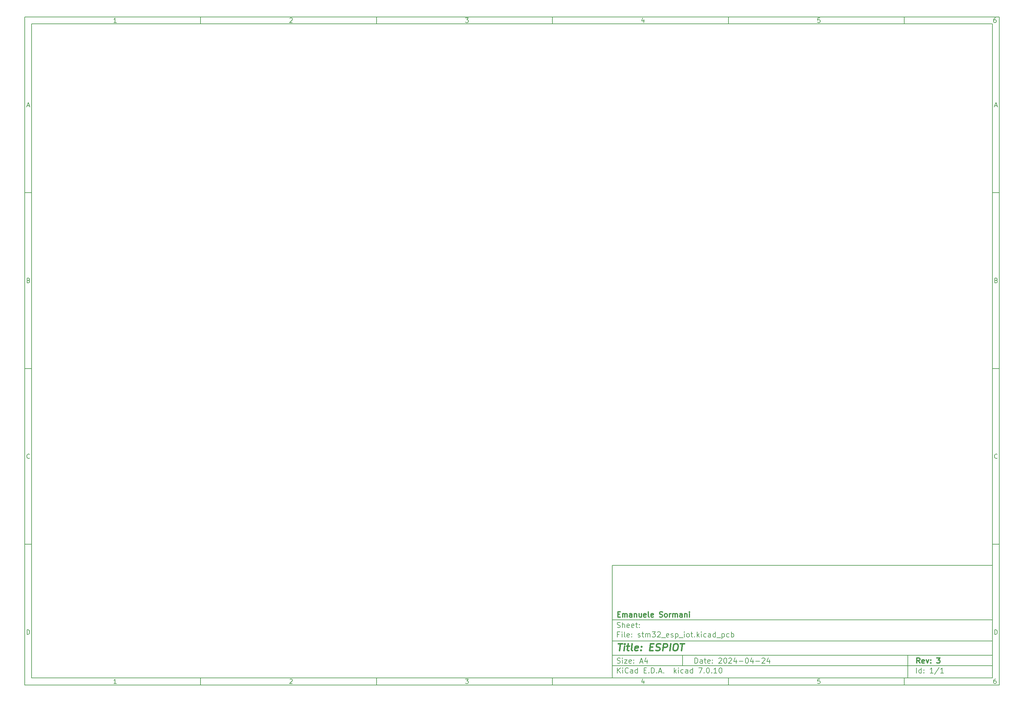
<source format=gbr>
%TF.GenerationSoftware,KiCad,Pcbnew,7.0.10*%
%TF.CreationDate,2024-04-24T00:52:37+02:00*%
%TF.ProjectId,stm32_esp_iot,73746d33-325f-4657-9370-5f696f742e6b,3*%
%TF.SameCoordinates,Original*%
%TF.FileFunction,Paste,Bot*%
%TF.FilePolarity,Positive*%
%FSLAX46Y46*%
G04 Gerber Fmt 4.6, Leading zero omitted, Abs format (unit mm)*
G04 Created by KiCad (PCBNEW 7.0.10) date 2024-04-24 00:52:37*
%MOMM*%
%LPD*%
G01*
G04 APERTURE LIST*
%ADD10C,0.100000*%
%ADD11C,0.150000*%
%ADD12C,0.300000*%
%ADD13C,0.400000*%
G04 APERTURE END LIST*
D10*
D11*
X177002200Y-166007200D02*
X285002200Y-166007200D01*
X285002200Y-198007200D01*
X177002200Y-198007200D01*
X177002200Y-166007200D01*
D10*
D11*
X10000000Y-10000000D02*
X287002200Y-10000000D01*
X287002200Y-200007200D01*
X10000000Y-200007200D01*
X10000000Y-10000000D01*
D10*
D11*
X12000000Y-12000000D02*
X285002200Y-12000000D01*
X285002200Y-198007200D01*
X12000000Y-198007200D01*
X12000000Y-12000000D01*
D10*
D11*
X60000000Y-12000000D02*
X60000000Y-10000000D01*
D10*
D11*
X110000000Y-12000000D02*
X110000000Y-10000000D01*
D10*
D11*
X160000000Y-12000000D02*
X160000000Y-10000000D01*
D10*
D11*
X210000000Y-12000000D02*
X210000000Y-10000000D01*
D10*
D11*
X260000000Y-12000000D02*
X260000000Y-10000000D01*
D10*
D11*
X36089160Y-11593604D02*
X35346303Y-11593604D01*
X35717731Y-11593604D02*
X35717731Y-10293604D01*
X35717731Y-10293604D02*
X35593922Y-10479319D01*
X35593922Y-10479319D02*
X35470112Y-10603128D01*
X35470112Y-10603128D02*
X35346303Y-10665033D01*
D10*
D11*
X85346303Y-10417414D02*
X85408207Y-10355509D01*
X85408207Y-10355509D02*
X85532017Y-10293604D01*
X85532017Y-10293604D02*
X85841541Y-10293604D01*
X85841541Y-10293604D02*
X85965350Y-10355509D01*
X85965350Y-10355509D02*
X86027255Y-10417414D01*
X86027255Y-10417414D02*
X86089160Y-10541223D01*
X86089160Y-10541223D02*
X86089160Y-10665033D01*
X86089160Y-10665033D02*
X86027255Y-10850747D01*
X86027255Y-10850747D02*
X85284398Y-11593604D01*
X85284398Y-11593604D02*
X86089160Y-11593604D01*
D10*
D11*
X135284398Y-10293604D02*
X136089160Y-10293604D01*
X136089160Y-10293604D02*
X135655826Y-10788842D01*
X135655826Y-10788842D02*
X135841541Y-10788842D01*
X135841541Y-10788842D02*
X135965350Y-10850747D01*
X135965350Y-10850747D02*
X136027255Y-10912652D01*
X136027255Y-10912652D02*
X136089160Y-11036461D01*
X136089160Y-11036461D02*
X136089160Y-11345985D01*
X136089160Y-11345985D02*
X136027255Y-11469795D01*
X136027255Y-11469795D02*
X135965350Y-11531700D01*
X135965350Y-11531700D02*
X135841541Y-11593604D01*
X135841541Y-11593604D02*
X135470112Y-11593604D01*
X135470112Y-11593604D02*
X135346303Y-11531700D01*
X135346303Y-11531700D02*
X135284398Y-11469795D01*
D10*
D11*
X185965350Y-10726938D02*
X185965350Y-11593604D01*
X185655826Y-10231700D02*
X185346303Y-11160271D01*
X185346303Y-11160271D02*
X186151064Y-11160271D01*
D10*
D11*
X236027255Y-10293604D02*
X235408207Y-10293604D01*
X235408207Y-10293604D02*
X235346303Y-10912652D01*
X235346303Y-10912652D02*
X235408207Y-10850747D01*
X235408207Y-10850747D02*
X235532017Y-10788842D01*
X235532017Y-10788842D02*
X235841541Y-10788842D01*
X235841541Y-10788842D02*
X235965350Y-10850747D01*
X235965350Y-10850747D02*
X236027255Y-10912652D01*
X236027255Y-10912652D02*
X236089160Y-11036461D01*
X236089160Y-11036461D02*
X236089160Y-11345985D01*
X236089160Y-11345985D02*
X236027255Y-11469795D01*
X236027255Y-11469795D02*
X235965350Y-11531700D01*
X235965350Y-11531700D02*
X235841541Y-11593604D01*
X235841541Y-11593604D02*
X235532017Y-11593604D01*
X235532017Y-11593604D02*
X235408207Y-11531700D01*
X235408207Y-11531700D02*
X235346303Y-11469795D01*
D10*
D11*
X285965350Y-10293604D02*
X285717731Y-10293604D01*
X285717731Y-10293604D02*
X285593922Y-10355509D01*
X285593922Y-10355509D02*
X285532017Y-10417414D01*
X285532017Y-10417414D02*
X285408207Y-10603128D01*
X285408207Y-10603128D02*
X285346303Y-10850747D01*
X285346303Y-10850747D02*
X285346303Y-11345985D01*
X285346303Y-11345985D02*
X285408207Y-11469795D01*
X285408207Y-11469795D02*
X285470112Y-11531700D01*
X285470112Y-11531700D02*
X285593922Y-11593604D01*
X285593922Y-11593604D02*
X285841541Y-11593604D01*
X285841541Y-11593604D02*
X285965350Y-11531700D01*
X285965350Y-11531700D02*
X286027255Y-11469795D01*
X286027255Y-11469795D02*
X286089160Y-11345985D01*
X286089160Y-11345985D02*
X286089160Y-11036461D01*
X286089160Y-11036461D02*
X286027255Y-10912652D01*
X286027255Y-10912652D02*
X285965350Y-10850747D01*
X285965350Y-10850747D02*
X285841541Y-10788842D01*
X285841541Y-10788842D02*
X285593922Y-10788842D01*
X285593922Y-10788842D02*
X285470112Y-10850747D01*
X285470112Y-10850747D02*
X285408207Y-10912652D01*
X285408207Y-10912652D02*
X285346303Y-11036461D01*
D10*
D11*
X60000000Y-198007200D02*
X60000000Y-200007200D01*
D10*
D11*
X110000000Y-198007200D02*
X110000000Y-200007200D01*
D10*
D11*
X160000000Y-198007200D02*
X160000000Y-200007200D01*
D10*
D11*
X210000000Y-198007200D02*
X210000000Y-200007200D01*
D10*
D11*
X260000000Y-198007200D02*
X260000000Y-200007200D01*
D10*
D11*
X36089160Y-199600804D02*
X35346303Y-199600804D01*
X35717731Y-199600804D02*
X35717731Y-198300804D01*
X35717731Y-198300804D02*
X35593922Y-198486519D01*
X35593922Y-198486519D02*
X35470112Y-198610328D01*
X35470112Y-198610328D02*
X35346303Y-198672233D01*
D10*
D11*
X85346303Y-198424614D02*
X85408207Y-198362709D01*
X85408207Y-198362709D02*
X85532017Y-198300804D01*
X85532017Y-198300804D02*
X85841541Y-198300804D01*
X85841541Y-198300804D02*
X85965350Y-198362709D01*
X85965350Y-198362709D02*
X86027255Y-198424614D01*
X86027255Y-198424614D02*
X86089160Y-198548423D01*
X86089160Y-198548423D02*
X86089160Y-198672233D01*
X86089160Y-198672233D02*
X86027255Y-198857947D01*
X86027255Y-198857947D02*
X85284398Y-199600804D01*
X85284398Y-199600804D02*
X86089160Y-199600804D01*
D10*
D11*
X135284398Y-198300804D02*
X136089160Y-198300804D01*
X136089160Y-198300804D02*
X135655826Y-198796042D01*
X135655826Y-198796042D02*
X135841541Y-198796042D01*
X135841541Y-198796042D02*
X135965350Y-198857947D01*
X135965350Y-198857947D02*
X136027255Y-198919852D01*
X136027255Y-198919852D02*
X136089160Y-199043661D01*
X136089160Y-199043661D02*
X136089160Y-199353185D01*
X136089160Y-199353185D02*
X136027255Y-199476995D01*
X136027255Y-199476995D02*
X135965350Y-199538900D01*
X135965350Y-199538900D02*
X135841541Y-199600804D01*
X135841541Y-199600804D02*
X135470112Y-199600804D01*
X135470112Y-199600804D02*
X135346303Y-199538900D01*
X135346303Y-199538900D02*
X135284398Y-199476995D01*
D10*
D11*
X185965350Y-198734138D02*
X185965350Y-199600804D01*
X185655826Y-198238900D02*
X185346303Y-199167471D01*
X185346303Y-199167471D02*
X186151064Y-199167471D01*
D10*
D11*
X236027255Y-198300804D02*
X235408207Y-198300804D01*
X235408207Y-198300804D02*
X235346303Y-198919852D01*
X235346303Y-198919852D02*
X235408207Y-198857947D01*
X235408207Y-198857947D02*
X235532017Y-198796042D01*
X235532017Y-198796042D02*
X235841541Y-198796042D01*
X235841541Y-198796042D02*
X235965350Y-198857947D01*
X235965350Y-198857947D02*
X236027255Y-198919852D01*
X236027255Y-198919852D02*
X236089160Y-199043661D01*
X236089160Y-199043661D02*
X236089160Y-199353185D01*
X236089160Y-199353185D02*
X236027255Y-199476995D01*
X236027255Y-199476995D02*
X235965350Y-199538900D01*
X235965350Y-199538900D02*
X235841541Y-199600804D01*
X235841541Y-199600804D02*
X235532017Y-199600804D01*
X235532017Y-199600804D02*
X235408207Y-199538900D01*
X235408207Y-199538900D02*
X235346303Y-199476995D01*
D10*
D11*
X285965350Y-198300804D02*
X285717731Y-198300804D01*
X285717731Y-198300804D02*
X285593922Y-198362709D01*
X285593922Y-198362709D02*
X285532017Y-198424614D01*
X285532017Y-198424614D02*
X285408207Y-198610328D01*
X285408207Y-198610328D02*
X285346303Y-198857947D01*
X285346303Y-198857947D02*
X285346303Y-199353185D01*
X285346303Y-199353185D02*
X285408207Y-199476995D01*
X285408207Y-199476995D02*
X285470112Y-199538900D01*
X285470112Y-199538900D02*
X285593922Y-199600804D01*
X285593922Y-199600804D02*
X285841541Y-199600804D01*
X285841541Y-199600804D02*
X285965350Y-199538900D01*
X285965350Y-199538900D02*
X286027255Y-199476995D01*
X286027255Y-199476995D02*
X286089160Y-199353185D01*
X286089160Y-199353185D02*
X286089160Y-199043661D01*
X286089160Y-199043661D02*
X286027255Y-198919852D01*
X286027255Y-198919852D02*
X285965350Y-198857947D01*
X285965350Y-198857947D02*
X285841541Y-198796042D01*
X285841541Y-198796042D02*
X285593922Y-198796042D01*
X285593922Y-198796042D02*
X285470112Y-198857947D01*
X285470112Y-198857947D02*
X285408207Y-198919852D01*
X285408207Y-198919852D02*
X285346303Y-199043661D01*
D10*
D11*
X10000000Y-60000000D02*
X12000000Y-60000000D01*
D10*
D11*
X10000000Y-110000000D02*
X12000000Y-110000000D01*
D10*
D11*
X10000000Y-160000000D02*
X12000000Y-160000000D01*
D10*
D11*
X10690476Y-35222176D02*
X11309523Y-35222176D01*
X10566666Y-35593604D02*
X10999999Y-34293604D01*
X10999999Y-34293604D02*
X11433333Y-35593604D01*
D10*
D11*
X11092857Y-84912652D02*
X11278571Y-84974557D01*
X11278571Y-84974557D02*
X11340476Y-85036461D01*
X11340476Y-85036461D02*
X11402380Y-85160271D01*
X11402380Y-85160271D02*
X11402380Y-85345985D01*
X11402380Y-85345985D02*
X11340476Y-85469795D01*
X11340476Y-85469795D02*
X11278571Y-85531700D01*
X11278571Y-85531700D02*
X11154761Y-85593604D01*
X11154761Y-85593604D02*
X10659523Y-85593604D01*
X10659523Y-85593604D02*
X10659523Y-84293604D01*
X10659523Y-84293604D02*
X11092857Y-84293604D01*
X11092857Y-84293604D02*
X11216666Y-84355509D01*
X11216666Y-84355509D02*
X11278571Y-84417414D01*
X11278571Y-84417414D02*
X11340476Y-84541223D01*
X11340476Y-84541223D02*
X11340476Y-84665033D01*
X11340476Y-84665033D02*
X11278571Y-84788842D01*
X11278571Y-84788842D02*
X11216666Y-84850747D01*
X11216666Y-84850747D02*
X11092857Y-84912652D01*
X11092857Y-84912652D02*
X10659523Y-84912652D01*
D10*
D11*
X11402380Y-135469795D02*
X11340476Y-135531700D01*
X11340476Y-135531700D02*
X11154761Y-135593604D01*
X11154761Y-135593604D02*
X11030952Y-135593604D01*
X11030952Y-135593604D02*
X10845238Y-135531700D01*
X10845238Y-135531700D02*
X10721428Y-135407890D01*
X10721428Y-135407890D02*
X10659523Y-135284080D01*
X10659523Y-135284080D02*
X10597619Y-135036461D01*
X10597619Y-135036461D02*
X10597619Y-134850747D01*
X10597619Y-134850747D02*
X10659523Y-134603128D01*
X10659523Y-134603128D02*
X10721428Y-134479319D01*
X10721428Y-134479319D02*
X10845238Y-134355509D01*
X10845238Y-134355509D02*
X11030952Y-134293604D01*
X11030952Y-134293604D02*
X11154761Y-134293604D01*
X11154761Y-134293604D02*
X11340476Y-134355509D01*
X11340476Y-134355509D02*
X11402380Y-134417414D01*
D10*
D11*
X10659523Y-185593604D02*
X10659523Y-184293604D01*
X10659523Y-184293604D02*
X10969047Y-184293604D01*
X10969047Y-184293604D02*
X11154761Y-184355509D01*
X11154761Y-184355509D02*
X11278571Y-184479319D01*
X11278571Y-184479319D02*
X11340476Y-184603128D01*
X11340476Y-184603128D02*
X11402380Y-184850747D01*
X11402380Y-184850747D02*
X11402380Y-185036461D01*
X11402380Y-185036461D02*
X11340476Y-185284080D01*
X11340476Y-185284080D02*
X11278571Y-185407890D01*
X11278571Y-185407890D02*
X11154761Y-185531700D01*
X11154761Y-185531700D02*
X10969047Y-185593604D01*
X10969047Y-185593604D02*
X10659523Y-185593604D01*
D10*
D11*
X287002200Y-60000000D02*
X285002200Y-60000000D01*
D10*
D11*
X287002200Y-110000000D02*
X285002200Y-110000000D01*
D10*
D11*
X287002200Y-160000000D02*
X285002200Y-160000000D01*
D10*
D11*
X285692676Y-35222176D02*
X286311723Y-35222176D01*
X285568866Y-35593604D02*
X286002199Y-34293604D01*
X286002199Y-34293604D02*
X286435533Y-35593604D01*
D10*
D11*
X286095057Y-84912652D02*
X286280771Y-84974557D01*
X286280771Y-84974557D02*
X286342676Y-85036461D01*
X286342676Y-85036461D02*
X286404580Y-85160271D01*
X286404580Y-85160271D02*
X286404580Y-85345985D01*
X286404580Y-85345985D02*
X286342676Y-85469795D01*
X286342676Y-85469795D02*
X286280771Y-85531700D01*
X286280771Y-85531700D02*
X286156961Y-85593604D01*
X286156961Y-85593604D02*
X285661723Y-85593604D01*
X285661723Y-85593604D02*
X285661723Y-84293604D01*
X285661723Y-84293604D02*
X286095057Y-84293604D01*
X286095057Y-84293604D02*
X286218866Y-84355509D01*
X286218866Y-84355509D02*
X286280771Y-84417414D01*
X286280771Y-84417414D02*
X286342676Y-84541223D01*
X286342676Y-84541223D02*
X286342676Y-84665033D01*
X286342676Y-84665033D02*
X286280771Y-84788842D01*
X286280771Y-84788842D02*
X286218866Y-84850747D01*
X286218866Y-84850747D02*
X286095057Y-84912652D01*
X286095057Y-84912652D02*
X285661723Y-84912652D01*
D10*
D11*
X286404580Y-135469795D02*
X286342676Y-135531700D01*
X286342676Y-135531700D02*
X286156961Y-135593604D01*
X286156961Y-135593604D02*
X286033152Y-135593604D01*
X286033152Y-135593604D02*
X285847438Y-135531700D01*
X285847438Y-135531700D02*
X285723628Y-135407890D01*
X285723628Y-135407890D02*
X285661723Y-135284080D01*
X285661723Y-135284080D02*
X285599819Y-135036461D01*
X285599819Y-135036461D02*
X285599819Y-134850747D01*
X285599819Y-134850747D02*
X285661723Y-134603128D01*
X285661723Y-134603128D02*
X285723628Y-134479319D01*
X285723628Y-134479319D02*
X285847438Y-134355509D01*
X285847438Y-134355509D02*
X286033152Y-134293604D01*
X286033152Y-134293604D02*
X286156961Y-134293604D01*
X286156961Y-134293604D02*
X286342676Y-134355509D01*
X286342676Y-134355509D02*
X286404580Y-134417414D01*
D10*
D11*
X285661723Y-185593604D02*
X285661723Y-184293604D01*
X285661723Y-184293604D02*
X285971247Y-184293604D01*
X285971247Y-184293604D02*
X286156961Y-184355509D01*
X286156961Y-184355509D02*
X286280771Y-184479319D01*
X286280771Y-184479319D02*
X286342676Y-184603128D01*
X286342676Y-184603128D02*
X286404580Y-184850747D01*
X286404580Y-184850747D02*
X286404580Y-185036461D01*
X286404580Y-185036461D02*
X286342676Y-185284080D01*
X286342676Y-185284080D02*
X286280771Y-185407890D01*
X286280771Y-185407890D02*
X286156961Y-185531700D01*
X286156961Y-185531700D02*
X285971247Y-185593604D01*
X285971247Y-185593604D02*
X285661723Y-185593604D01*
D10*
D11*
X200458026Y-193793328D02*
X200458026Y-192293328D01*
X200458026Y-192293328D02*
X200815169Y-192293328D01*
X200815169Y-192293328D02*
X201029455Y-192364757D01*
X201029455Y-192364757D02*
X201172312Y-192507614D01*
X201172312Y-192507614D02*
X201243741Y-192650471D01*
X201243741Y-192650471D02*
X201315169Y-192936185D01*
X201315169Y-192936185D02*
X201315169Y-193150471D01*
X201315169Y-193150471D02*
X201243741Y-193436185D01*
X201243741Y-193436185D02*
X201172312Y-193579042D01*
X201172312Y-193579042D02*
X201029455Y-193721900D01*
X201029455Y-193721900D02*
X200815169Y-193793328D01*
X200815169Y-193793328D02*
X200458026Y-193793328D01*
X202600884Y-193793328D02*
X202600884Y-193007614D01*
X202600884Y-193007614D02*
X202529455Y-192864757D01*
X202529455Y-192864757D02*
X202386598Y-192793328D01*
X202386598Y-192793328D02*
X202100884Y-192793328D01*
X202100884Y-192793328D02*
X201958026Y-192864757D01*
X202600884Y-193721900D02*
X202458026Y-193793328D01*
X202458026Y-193793328D02*
X202100884Y-193793328D01*
X202100884Y-193793328D02*
X201958026Y-193721900D01*
X201958026Y-193721900D02*
X201886598Y-193579042D01*
X201886598Y-193579042D02*
X201886598Y-193436185D01*
X201886598Y-193436185D02*
X201958026Y-193293328D01*
X201958026Y-193293328D02*
X202100884Y-193221900D01*
X202100884Y-193221900D02*
X202458026Y-193221900D01*
X202458026Y-193221900D02*
X202600884Y-193150471D01*
X203100884Y-192793328D02*
X203672312Y-192793328D01*
X203315169Y-192293328D02*
X203315169Y-193579042D01*
X203315169Y-193579042D02*
X203386598Y-193721900D01*
X203386598Y-193721900D02*
X203529455Y-193793328D01*
X203529455Y-193793328D02*
X203672312Y-193793328D01*
X204743741Y-193721900D02*
X204600884Y-193793328D01*
X204600884Y-193793328D02*
X204315170Y-193793328D01*
X204315170Y-193793328D02*
X204172312Y-193721900D01*
X204172312Y-193721900D02*
X204100884Y-193579042D01*
X204100884Y-193579042D02*
X204100884Y-193007614D01*
X204100884Y-193007614D02*
X204172312Y-192864757D01*
X204172312Y-192864757D02*
X204315170Y-192793328D01*
X204315170Y-192793328D02*
X204600884Y-192793328D01*
X204600884Y-192793328D02*
X204743741Y-192864757D01*
X204743741Y-192864757D02*
X204815170Y-193007614D01*
X204815170Y-193007614D02*
X204815170Y-193150471D01*
X204815170Y-193150471D02*
X204100884Y-193293328D01*
X205458026Y-193650471D02*
X205529455Y-193721900D01*
X205529455Y-193721900D02*
X205458026Y-193793328D01*
X205458026Y-193793328D02*
X205386598Y-193721900D01*
X205386598Y-193721900D02*
X205458026Y-193650471D01*
X205458026Y-193650471D02*
X205458026Y-193793328D01*
X205458026Y-192864757D02*
X205529455Y-192936185D01*
X205529455Y-192936185D02*
X205458026Y-193007614D01*
X205458026Y-193007614D02*
X205386598Y-192936185D01*
X205386598Y-192936185D02*
X205458026Y-192864757D01*
X205458026Y-192864757D02*
X205458026Y-193007614D01*
X207243741Y-192436185D02*
X207315169Y-192364757D01*
X207315169Y-192364757D02*
X207458027Y-192293328D01*
X207458027Y-192293328D02*
X207815169Y-192293328D01*
X207815169Y-192293328D02*
X207958027Y-192364757D01*
X207958027Y-192364757D02*
X208029455Y-192436185D01*
X208029455Y-192436185D02*
X208100884Y-192579042D01*
X208100884Y-192579042D02*
X208100884Y-192721900D01*
X208100884Y-192721900D02*
X208029455Y-192936185D01*
X208029455Y-192936185D02*
X207172312Y-193793328D01*
X207172312Y-193793328D02*
X208100884Y-193793328D01*
X209029455Y-192293328D02*
X209172312Y-192293328D01*
X209172312Y-192293328D02*
X209315169Y-192364757D01*
X209315169Y-192364757D02*
X209386598Y-192436185D01*
X209386598Y-192436185D02*
X209458026Y-192579042D01*
X209458026Y-192579042D02*
X209529455Y-192864757D01*
X209529455Y-192864757D02*
X209529455Y-193221900D01*
X209529455Y-193221900D02*
X209458026Y-193507614D01*
X209458026Y-193507614D02*
X209386598Y-193650471D01*
X209386598Y-193650471D02*
X209315169Y-193721900D01*
X209315169Y-193721900D02*
X209172312Y-193793328D01*
X209172312Y-193793328D02*
X209029455Y-193793328D01*
X209029455Y-193793328D02*
X208886598Y-193721900D01*
X208886598Y-193721900D02*
X208815169Y-193650471D01*
X208815169Y-193650471D02*
X208743740Y-193507614D01*
X208743740Y-193507614D02*
X208672312Y-193221900D01*
X208672312Y-193221900D02*
X208672312Y-192864757D01*
X208672312Y-192864757D02*
X208743740Y-192579042D01*
X208743740Y-192579042D02*
X208815169Y-192436185D01*
X208815169Y-192436185D02*
X208886598Y-192364757D01*
X208886598Y-192364757D02*
X209029455Y-192293328D01*
X210100883Y-192436185D02*
X210172311Y-192364757D01*
X210172311Y-192364757D02*
X210315169Y-192293328D01*
X210315169Y-192293328D02*
X210672311Y-192293328D01*
X210672311Y-192293328D02*
X210815169Y-192364757D01*
X210815169Y-192364757D02*
X210886597Y-192436185D01*
X210886597Y-192436185D02*
X210958026Y-192579042D01*
X210958026Y-192579042D02*
X210958026Y-192721900D01*
X210958026Y-192721900D02*
X210886597Y-192936185D01*
X210886597Y-192936185D02*
X210029454Y-193793328D01*
X210029454Y-193793328D02*
X210958026Y-193793328D01*
X212243740Y-192793328D02*
X212243740Y-193793328D01*
X211886597Y-192221900D02*
X211529454Y-193293328D01*
X211529454Y-193293328D02*
X212458025Y-193293328D01*
X213029453Y-193221900D02*
X214172311Y-193221900D01*
X215172311Y-192293328D02*
X215315168Y-192293328D01*
X215315168Y-192293328D02*
X215458025Y-192364757D01*
X215458025Y-192364757D02*
X215529454Y-192436185D01*
X215529454Y-192436185D02*
X215600882Y-192579042D01*
X215600882Y-192579042D02*
X215672311Y-192864757D01*
X215672311Y-192864757D02*
X215672311Y-193221900D01*
X215672311Y-193221900D02*
X215600882Y-193507614D01*
X215600882Y-193507614D02*
X215529454Y-193650471D01*
X215529454Y-193650471D02*
X215458025Y-193721900D01*
X215458025Y-193721900D02*
X215315168Y-193793328D01*
X215315168Y-193793328D02*
X215172311Y-193793328D01*
X215172311Y-193793328D02*
X215029454Y-193721900D01*
X215029454Y-193721900D02*
X214958025Y-193650471D01*
X214958025Y-193650471D02*
X214886596Y-193507614D01*
X214886596Y-193507614D02*
X214815168Y-193221900D01*
X214815168Y-193221900D02*
X214815168Y-192864757D01*
X214815168Y-192864757D02*
X214886596Y-192579042D01*
X214886596Y-192579042D02*
X214958025Y-192436185D01*
X214958025Y-192436185D02*
X215029454Y-192364757D01*
X215029454Y-192364757D02*
X215172311Y-192293328D01*
X216958025Y-192793328D02*
X216958025Y-193793328D01*
X216600882Y-192221900D02*
X216243739Y-193293328D01*
X216243739Y-193293328D02*
X217172310Y-193293328D01*
X217743738Y-193221900D02*
X218886596Y-193221900D01*
X219529453Y-192436185D02*
X219600881Y-192364757D01*
X219600881Y-192364757D02*
X219743739Y-192293328D01*
X219743739Y-192293328D02*
X220100881Y-192293328D01*
X220100881Y-192293328D02*
X220243739Y-192364757D01*
X220243739Y-192364757D02*
X220315167Y-192436185D01*
X220315167Y-192436185D02*
X220386596Y-192579042D01*
X220386596Y-192579042D02*
X220386596Y-192721900D01*
X220386596Y-192721900D02*
X220315167Y-192936185D01*
X220315167Y-192936185D02*
X219458024Y-193793328D01*
X219458024Y-193793328D02*
X220386596Y-193793328D01*
X221672310Y-192793328D02*
X221672310Y-193793328D01*
X221315167Y-192221900D02*
X220958024Y-193293328D01*
X220958024Y-193293328D02*
X221886595Y-193293328D01*
D10*
D11*
X177002200Y-194507200D02*
X285002200Y-194507200D01*
D10*
D11*
X178458026Y-196593328D02*
X178458026Y-195093328D01*
X179315169Y-196593328D02*
X178672312Y-195736185D01*
X179315169Y-195093328D02*
X178458026Y-195950471D01*
X179958026Y-196593328D02*
X179958026Y-195593328D01*
X179958026Y-195093328D02*
X179886598Y-195164757D01*
X179886598Y-195164757D02*
X179958026Y-195236185D01*
X179958026Y-195236185D02*
X180029455Y-195164757D01*
X180029455Y-195164757D02*
X179958026Y-195093328D01*
X179958026Y-195093328D02*
X179958026Y-195236185D01*
X181529455Y-196450471D02*
X181458027Y-196521900D01*
X181458027Y-196521900D02*
X181243741Y-196593328D01*
X181243741Y-196593328D02*
X181100884Y-196593328D01*
X181100884Y-196593328D02*
X180886598Y-196521900D01*
X180886598Y-196521900D02*
X180743741Y-196379042D01*
X180743741Y-196379042D02*
X180672312Y-196236185D01*
X180672312Y-196236185D02*
X180600884Y-195950471D01*
X180600884Y-195950471D02*
X180600884Y-195736185D01*
X180600884Y-195736185D02*
X180672312Y-195450471D01*
X180672312Y-195450471D02*
X180743741Y-195307614D01*
X180743741Y-195307614D02*
X180886598Y-195164757D01*
X180886598Y-195164757D02*
X181100884Y-195093328D01*
X181100884Y-195093328D02*
X181243741Y-195093328D01*
X181243741Y-195093328D02*
X181458027Y-195164757D01*
X181458027Y-195164757D02*
X181529455Y-195236185D01*
X182815170Y-196593328D02*
X182815170Y-195807614D01*
X182815170Y-195807614D02*
X182743741Y-195664757D01*
X182743741Y-195664757D02*
X182600884Y-195593328D01*
X182600884Y-195593328D02*
X182315170Y-195593328D01*
X182315170Y-195593328D02*
X182172312Y-195664757D01*
X182815170Y-196521900D02*
X182672312Y-196593328D01*
X182672312Y-196593328D02*
X182315170Y-196593328D01*
X182315170Y-196593328D02*
X182172312Y-196521900D01*
X182172312Y-196521900D02*
X182100884Y-196379042D01*
X182100884Y-196379042D02*
X182100884Y-196236185D01*
X182100884Y-196236185D02*
X182172312Y-196093328D01*
X182172312Y-196093328D02*
X182315170Y-196021900D01*
X182315170Y-196021900D02*
X182672312Y-196021900D01*
X182672312Y-196021900D02*
X182815170Y-195950471D01*
X184172313Y-196593328D02*
X184172313Y-195093328D01*
X184172313Y-196521900D02*
X184029455Y-196593328D01*
X184029455Y-196593328D02*
X183743741Y-196593328D01*
X183743741Y-196593328D02*
X183600884Y-196521900D01*
X183600884Y-196521900D02*
X183529455Y-196450471D01*
X183529455Y-196450471D02*
X183458027Y-196307614D01*
X183458027Y-196307614D02*
X183458027Y-195879042D01*
X183458027Y-195879042D02*
X183529455Y-195736185D01*
X183529455Y-195736185D02*
X183600884Y-195664757D01*
X183600884Y-195664757D02*
X183743741Y-195593328D01*
X183743741Y-195593328D02*
X184029455Y-195593328D01*
X184029455Y-195593328D02*
X184172313Y-195664757D01*
X186029455Y-195807614D02*
X186529455Y-195807614D01*
X186743741Y-196593328D02*
X186029455Y-196593328D01*
X186029455Y-196593328D02*
X186029455Y-195093328D01*
X186029455Y-195093328D02*
X186743741Y-195093328D01*
X187386598Y-196450471D02*
X187458027Y-196521900D01*
X187458027Y-196521900D02*
X187386598Y-196593328D01*
X187386598Y-196593328D02*
X187315170Y-196521900D01*
X187315170Y-196521900D02*
X187386598Y-196450471D01*
X187386598Y-196450471D02*
X187386598Y-196593328D01*
X188100884Y-196593328D02*
X188100884Y-195093328D01*
X188100884Y-195093328D02*
X188458027Y-195093328D01*
X188458027Y-195093328D02*
X188672313Y-195164757D01*
X188672313Y-195164757D02*
X188815170Y-195307614D01*
X188815170Y-195307614D02*
X188886599Y-195450471D01*
X188886599Y-195450471D02*
X188958027Y-195736185D01*
X188958027Y-195736185D02*
X188958027Y-195950471D01*
X188958027Y-195950471D02*
X188886599Y-196236185D01*
X188886599Y-196236185D02*
X188815170Y-196379042D01*
X188815170Y-196379042D02*
X188672313Y-196521900D01*
X188672313Y-196521900D02*
X188458027Y-196593328D01*
X188458027Y-196593328D02*
X188100884Y-196593328D01*
X189600884Y-196450471D02*
X189672313Y-196521900D01*
X189672313Y-196521900D02*
X189600884Y-196593328D01*
X189600884Y-196593328D02*
X189529456Y-196521900D01*
X189529456Y-196521900D02*
X189600884Y-196450471D01*
X189600884Y-196450471D02*
X189600884Y-196593328D01*
X190243742Y-196164757D02*
X190958028Y-196164757D01*
X190100885Y-196593328D02*
X190600885Y-195093328D01*
X190600885Y-195093328D02*
X191100885Y-196593328D01*
X191600884Y-196450471D02*
X191672313Y-196521900D01*
X191672313Y-196521900D02*
X191600884Y-196593328D01*
X191600884Y-196593328D02*
X191529456Y-196521900D01*
X191529456Y-196521900D02*
X191600884Y-196450471D01*
X191600884Y-196450471D02*
X191600884Y-196593328D01*
X194600884Y-196593328D02*
X194600884Y-195093328D01*
X194743742Y-196021900D02*
X195172313Y-196593328D01*
X195172313Y-195593328D02*
X194600884Y-196164757D01*
X195815170Y-196593328D02*
X195815170Y-195593328D01*
X195815170Y-195093328D02*
X195743742Y-195164757D01*
X195743742Y-195164757D02*
X195815170Y-195236185D01*
X195815170Y-195236185D02*
X195886599Y-195164757D01*
X195886599Y-195164757D02*
X195815170Y-195093328D01*
X195815170Y-195093328D02*
X195815170Y-195236185D01*
X197172314Y-196521900D02*
X197029456Y-196593328D01*
X197029456Y-196593328D02*
X196743742Y-196593328D01*
X196743742Y-196593328D02*
X196600885Y-196521900D01*
X196600885Y-196521900D02*
X196529456Y-196450471D01*
X196529456Y-196450471D02*
X196458028Y-196307614D01*
X196458028Y-196307614D02*
X196458028Y-195879042D01*
X196458028Y-195879042D02*
X196529456Y-195736185D01*
X196529456Y-195736185D02*
X196600885Y-195664757D01*
X196600885Y-195664757D02*
X196743742Y-195593328D01*
X196743742Y-195593328D02*
X197029456Y-195593328D01*
X197029456Y-195593328D02*
X197172314Y-195664757D01*
X198458028Y-196593328D02*
X198458028Y-195807614D01*
X198458028Y-195807614D02*
X198386599Y-195664757D01*
X198386599Y-195664757D02*
X198243742Y-195593328D01*
X198243742Y-195593328D02*
X197958028Y-195593328D01*
X197958028Y-195593328D02*
X197815170Y-195664757D01*
X198458028Y-196521900D02*
X198315170Y-196593328D01*
X198315170Y-196593328D02*
X197958028Y-196593328D01*
X197958028Y-196593328D02*
X197815170Y-196521900D01*
X197815170Y-196521900D02*
X197743742Y-196379042D01*
X197743742Y-196379042D02*
X197743742Y-196236185D01*
X197743742Y-196236185D02*
X197815170Y-196093328D01*
X197815170Y-196093328D02*
X197958028Y-196021900D01*
X197958028Y-196021900D02*
X198315170Y-196021900D01*
X198315170Y-196021900D02*
X198458028Y-195950471D01*
X199815171Y-196593328D02*
X199815171Y-195093328D01*
X199815171Y-196521900D02*
X199672313Y-196593328D01*
X199672313Y-196593328D02*
X199386599Y-196593328D01*
X199386599Y-196593328D02*
X199243742Y-196521900D01*
X199243742Y-196521900D02*
X199172313Y-196450471D01*
X199172313Y-196450471D02*
X199100885Y-196307614D01*
X199100885Y-196307614D02*
X199100885Y-195879042D01*
X199100885Y-195879042D02*
X199172313Y-195736185D01*
X199172313Y-195736185D02*
X199243742Y-195664757D01*
X199243742Y-195664757D02*
X199386599Y-195593328D01*
X199386599Y-195593328D02*
X199672313Y-195593328D01*
X199672313Y-195593328D02*
X199815171Y-195664757D01*
X201529456Y-195093328D02*
X202529456Y-195093328D01*
X202529456Y-195093328D02*
X201886599Y-196593328D01*
X203100884Y-196450471D02*
X203172313Y-196521900D01*
X203172313Y-196521900D02*
X203100884Y-196593328D01*
X203100884Y-196593328D02*
X203029456Y-196521900D01*
X203029456Y-196521900D02*
X203100884Y-196450471D01*
X203100884Y-196450471D02*
X203100884Y-196593328D01*
X204100885Y-195093328D02*
X204243742Y-195093328D01*
X204243742Y-195093328D02*
X204386599Y-195164757D01*
X204386599Y-195164757D02*
X204458028Y-195236185D01*
X204458028Y-195236185D02*
X204529456Y-195379042D01*
X204529456Y-195379042D02*
X204600885Y-195664757D01*
X204600885Y-195664757D02*
X204600885Y-196021900D01*
X204600885Y-196021900D02*
X204529456Y-196307614D01*
X204529456Y-196307614D02*
X204458028Y-196450471D01*
X204458028Y-196450471D02*
X204386599Y-196521900D01*
X204386599Y-196521900D02*
X204243742Y-196593328D01*
X204243742Y-196593328D02*
X204100885Y-196593328D01*
X204100885Y-196593328D02*
X203958028Y-196521900D01*
X203958028Y-196521900D02*
X203886599Y-196450471D01*
X203886599Y-196450471D02*
X203815170Y-196307614D01*
X203815170Y-196307614D02*
X203743742Y-196021900D01*
X203743742Y-196021900D02*
X203743742Y-195664757D01*
X203743742Y-195664757D02*
X203815170Y-195379042D01*
X203815170Y-195379042D02*
X203886599Y-195236185D01*
X203886599Y-195236185D02*
X203958028Y-195164757D01*
X203958028Y-195164757D02*
X204100885Y-195093328D01*
X205243741Y-196450471D02*
X205315170Y-196521900D01*
X205315170Y-196521900D02*
X205243741Y-196593328D01*
X205243741Y-196593328D02*
X205172313Y-196521900D01*
X205172313Y-196521900D02*
X205243741Y-196450471D01*
X205243741Y-196450471D02*
X205243741Y-196593328D01*
X206743742Y-196593328D02*
X205886599Y-196593328D01*
X206315170Y-196593328D02*
X206315170Y-195093328D01*
X206315170Y-195093328D02*
X206172313Y-195307614D01*
X206172313Y-195307614D02*
X206029456Y-195450471D01*
X206029456Y-195450471D02*
X205886599Y-195521900D01*
X207672313Y-195093328D02*
X207815170Y-195093328D01*
X207815170Y-195093328D02*
X207958027Y-195164757D01*
X207958027Y-195164757D02*
X208029456Y-195236185D01*
X208029456Y-195236185D02*
X208100884Y-195379042D01*
X208100884Y-195379042D02*
X208172313Y-195664757D01*
X208172313Y-195664757D02*
X208172313Y-196021900D01*
X208172313Y-196021900D02*
X208100884Y-196307614D01*
X208100884Y-196307614D02*
X208029456Y-196450471D01*
X208029456Y-196450471D02*
X207958027Y-196521900D01*
X207958027Y-196521900D02*
X207815170Y-196593328D01*
X207815170Y-196593328D02*
X207672313Y-196593328D01*
X207672313Y-196593328D02*
X207529456Y-196521900D01*
X207529456Y-196521900D02*
X207458027Y-196450471D01*
X207458027Y-196450471D02*
X207386598Y-196307614D01*
X207386598Y-196307614D02*
X207315170Y-196021900D01*
X207315170Y-196021900D02*
X207315170Y-195664757D01*
X207315170Y-195664757D02*
X207386598Y-195379042D01*
X207386598Y-195379042D02*
X207458027Y-195236185D01*
X207458027Y-195236185D02*
X207529456Y-195164757D01*
X207529456Y-195164757D02*
X207672313Y-195093328D01*
D10*
D11*
X177002200Y-191507200D02*
X285002200Y-191507200D01*
D10*
D12*
X264413853Y-193785528D02*
X263913853Y-193071242D01*
X263556710Y-193785528D02*
X263556710Y-192285528D01*
X263556710Y-192285528D02*
X264128139Y-192285528D01*
X264128139Y-192285528D02*
X264270996Y-192356957D01*
X264270996Y-192356957D02*
X264342425Y-192428385D01*
X264342425Y-192428385D02*
X264413853Y-192571242D01*
X264413853Y-192571242D02*
X264413853Y-192785528D01*
X264413853Y-192785528D02*
X264342425Y-192928385D01*
X264342425Y-192928385D02*
X264270996Y-192999814D01*
X264270996Y-192999814D02*
X264128139Y-193071242D01*
X264128139Y-193071242D02*
X263556710Y-193071242D01*
X265628139Y-193714100D02*
X265485282Y-193785528D01*
X265485282Y-193785528D02*
X265199568Y-193785528D01*
X265199568Y-193785528D02*
X265056710Y-193714100D01*
X265056710Y-193714100D02*
X264985282Y-193571242D01*
X264985282Y-193571242D02*
X264985282Y-192999814D01*
X264985282Y-192999814D02*
X265056710Y-192856957D01*
X265056710Y-192856957D02*
X265199568Y-192785528D01*
X265199568Y-192785528D02*
X265485282Y-192785528D01*
X265485282Y-192785528D02*
X265628139Y-192856957D01*
X265628139Y-192856957D02*
X265699568Y-192999814D01*
X265699568Y-192999814D02*
X265699568Y-193142671D01*
X265699568Y-193142671D02*
X264985282Y-193285528D01*
X266199567Y-192785528D02*
X266556710Y-193785528D01*
X266556710Y-193785528D02*
X266913853Y-192785528D01*
X267485281Y-193642671D02*
X267556710Y-193714100D01*
X267556710Y-193714100D02*
X267485281Y-193785528D01*
X267485281Y-193785528D02*
X267413853Y-193714100D01*
X267413853Y-193714100D02*
X267485281Y-193642671D01*
X267485281Y-193642671D02*
X267485281Y-193785528D01*
X267485281Y-192856957D02*
X267556710Y-192928385D01*
X267556710Y-192928385D02*
X267485281Y-192999814D01*
X267485281Y-192999814D02*
X267413853Y-192928385D01*
X267413853Y-192928385D02*
X267485281Y-192856957D01*
X267485281Y-192856957D02*
X267485281Y-192999814D01*
X269199567Y-192285528D02*
X270128139Y-192285528D01*
X270128139Y-192285528D02*
X269628139Y-192856957D01*
X269628139Y-192856957D02*
X269842424Y-192856957D01*
X269842424Y-192856957D02*
X269985282Y-192928385D01*
X269985282Y-192928385D02*
X270056710Y-192999814D01*
X270056710Y-192999814D02*
X270128139Y-193142671D01*
X270128139Y-193142671D02*
X270128139Y-193499814D01*
X270128139Y-193499814D02*
X270056710Y-193642671D01*
X270056710Y-193642671D02*
X269985282Y-193714100D01*
X269985282Y-193714100D02*
X269842424Y-193785528D01*
X269842424Y-193785528D02*
X269413853Y-193785528D01*
X269413853Y-193785528D02*
X269270996Y-193714100D01*
X269270996Y-193714100D02*
X269199567Y-193642671D01*
D10*
D11*
X178386598Y-193721900D02*
X178600884Y-193793328D01*
X178600884Y-193793328D02*
X178958026Y-193793328D01*
X178958026Y-193793328D02*
X179100884Y-193721900D01*
X179100884Y-193721900D02*
X179172312Y-193650471D01*
X179172312Y-193650471D02*
X179243741Y-193507614D01*
X179243741Y-193507614D02*
X179243741Y-193364757D01*
X179243741Y-193364757D02*
X179172312Y-193221900D01*
X179172312Y-193221900D02*
X179100884Y-193150471D01*
X179100884Y-193150471D02*
X178958026Y-193079042D01*
X178958026Y-193079042D02*
X178672312Y-193007614D01*
X178672312Y-193007614D02*
X178529455Y-192936185D01*
X178529455Y-192936185D02*
X178458026Y-192864757D01*
X178458026Y-192864757D02*
X178386598Y-192721900D01*
X178386598Y-192721900D02*
X178386598Y-192579042D01*
X178386598Y-192579042D02*
X178458026Y-192436185D01*
X178458026Y-192436185D02*
X178529455Y-192364757D01*
X178529455Y-192364757D02*
X178672312Y-192293328D01*
X178672312Y-192293328D02*
X179029455Y-192293328D01*
X179029455Y-192293328D02*
X179243741Y-192364757D01*
X179886597Y-193793328D02*
X179886597Y-192793328D01*
X179886597Y-192293328D02*
X179815169Y-192364757D01*
X179815169Y-192364757D02*
X179886597Y-192436185D01*
X179886597Y-192436185D02*
X179958026Y-192364757D01*
X179958026Y-192364757D02*
X179886597Y-192293328D01*
X179886597Y-192293328D02*
X179886597Y-192436185D01*
X180458026Y-192793328D02*
X181243741Y-192793328D01*
X181243741Y-192793328D02*
X180458026Y-193793328D01*
X180458026Y-193793328D02*
X181243741Y-193793328D01*
X182386598Y-193721900D02*
X182243741Y-193793328D01*
X182243741Y-193793328D02*
X181958027Y-193793328D01*
X181958027Y-193793328D02*
X181815169Y-193721900D01*
X181815169Y-193721900D02*
X181743741Y-193579042D01*
X181743741Y-193579042D02*
X181743741Y-193007614D01*
X181743741Y-193007614D02*
X181815169Y-192864757D01*
X181815169Y-192864757D02*
X181958027Y-192793328D01*
X181958027Y-192793328D02*
X182243741Y-192793328D01*
X182243741Y-192793328D02*
X182386598Y-192864757D01*
X182386598Y-192864757D02*
X182458027Y-193007614D01*
X182458027Y-193007614D02*
X182458027Y-193150471D01*
X182458027Y-193150471D02*
X181743741Y-193293328D01*
X183100883Y-193650471D02*
X183172312Y-193721900D01*
X183172312Y-193721900D02*
X183100883Y-193793328D01*
X183100883Y-193793328D02*
X183029455Y-193721900D01*
X183029455Y-193721900D02*
X183100883Y-193650471D01*
X183100883Y-193650471D02*
X183100883Y-193793328D01*
X183100883Y-192864757D02*
X183172312Y-192936185D01*
X183172312Y-192936185D02*
X183100883Y-193007614D01*
X183100883Y-193007614D02*
X183029455Y-192936185D01*
X183029455Y-192936185D02*
X183100883Y-192864757D01*
X183100883Y-192864757D02*
X183100883Y-193007614D01*
X184886598Y-193364757D02*
X185600884Y-193364757D01*
X184743741Y-193793328D02*
X185243741Y-192293328D01*
X185243741Y-192293328D02*
X185743741Y-193793328D01*
X186886598Y-192793328D02*
X186886598Y-193793328D01*
X186529455Y-192221900D02*
X186172312Y-193293328D01*
X186172312Y-193293328D02*
X187100883Y-193293328D01*
D10*
D11*
X263458026Y-196593328D02*
X263458026Y-195093328D01*
X264815170Y-196593328D02*
X264815170Y-195093328D01*
X264815170Y-196521900D02*
X264672312Y-196593328D01*
X264672312Y-196593328D02*
X264386598Y-196593328D01*
X264386598Y-196593328D02*
X264243741Y-196521900D01*
X264243741Y-196521900D02*
X264172312Y-196450471D01*
X264172312Y-196450471D02*
X264100884Y-196307614D01*
X264100884Y-196307614D02*
X264100884Y-195879042D01*
X264100884Y-195879042D02*
X264172312Y-195736185D01*
X264172312Y-195736185D02*
X264243741Y-195664757D01*
X264243741Y-195664757D02*
X264386598Y-195593328D01*
X264386598Y-195593328D02*
X264672312Y-195593328D01*
X264672312Y-195593328D02*
X264815170Y-195664757D01*
X265529455Y-196450471D02*
X265600884Y-196521900D01*
X265600884Y-196521900D02*
X265529455Y-196593328D01*
X265529455Y-196593328D02*
X265458027Y-196521900D01*
X265458027Y-196521900D02*
X265529455Y-196450471D01*
X265529455Y-196450471D02*
X265529455Y-196593328D01*
X265529455Y-195664757D02*
X265600884Y-195736185D01*
X265600884Y-195736185D02*
X265529455Y-195807614D01*
X265529455Y-195807614D02*
X265458027Y-195736185D01*
X265458027Y-195736185D02*
X265529455Y-195664757D01*
X265529455Y-195664757D02*
X265529455Y-195807614D01*
X268172313Y-196593328D02*
X267315170Y-196593328D01*
X267743741Y-196593328D02*
X267743741Y-195093328D01*
X267743741Y-195093328D02*
X267600884Y-195307614D01*
X267600884Y-195307614D02*
X267458027Y-195450471D01*
X267458027Y-195450471D02*
X267315170Y-195521900D01*
X269886598Y-195021900D02*
X268600884Y-196950471D01*
X271172313Y-196593328D02*
X270315170Y-196593328D01*
X270743741Y-196593328D02*
X270743741Y-195093328D01*
X270743741Y-195093328D02*
X270600884Y-195307614D01*
X270600884Y-195307614D02*
X270458027Y-195450471D01*
X270458027Y-195450471D02*
X270315170Y-195521900D01*
D10*
D11*
X177002200Y-187507200D02*
X285002200Y-187507200D01*
D10*
D13*
X178693928Y-188211638D02*
X179836785Y-188211638D01*
X179015357Y-190211638D02*
X179265357Y-188211638D01*
X180253452Y-190211638D02*
X180420119Y-188878304D01*
X180503452Y-188211638D02*
X180396309Y-188306876D01*
X180396309Y-188306876D02*
X180479643Y-188402114D01*
X180479643Y-188402114D02*
X180586786Y-188306876D01*
X180586786Y-188306876D02*
X180503452Y-188211638D01*
X180503452Y-188211638D02*
X180479643Y-188402114D01*
X181086786Y-188878304D02*
X181848690Y-188878304D01*
X181455833Y-188211638D02*
X181241548Y-189925923D01*
X181241548Y-189925923D02*
X181312976Y-190116400D01*
X181312976Y-190116400D02*
X181491548Y-190211638D01*
X181491548Y-190211638D02*
X181682024Y-190211638D01*
X182634405Y-190211638D02*
X182455833Y-190116400D01*
X182455833Y-190116400D02*
X182384405Y-189925923D01*
X182384405Y-189925923D02*
X182598690Y-188211638D01*
X184170119Y-190116400D02*
X183967738Y-190211638D01*
X183967738Y-190211638D02*
X183586785Y-190211638D01*
X183586785Y-190211638D02*
X183408214Y-190116400D01*
X183408214Y-190116400D02*
X183336785Y-189925923D01*
X183336785Y-189925923D02*
X183432024Y-189164019D01*
X183432024Y-189164019D02*
X183551071Y-188973542D01*
X183551071Y-188973542D02*
X183753452Y-188878304D01*
X183753452Y-188878304D02*
X184134404Y-188878304D01*
X184134404Y-188878304D02*
X184312976Y-188973542D01*
X184312976Y-188973542D02*
X184384404Y-189164019D01*
X184384404Y-189164019D02*
X184360595Y-189354495D01*
X184360595Y-189354495D02*
X183384404Y-189544971D01*
X185134405Y-190021161D02*
X185217738Y-190116400D01*
X185217738Y-190116400D02*
X185110595Y-190211638D01*
X185110595Y-190211638D02*
X185027262Y-190116400D01*
X185027262Y-190116400D02*
X185134405Y-190021161D01*
X185134405Y-190021161D02*
X185110595Y-190211638D01*
X185265357Y-188973542D02*
X185348690Y-189068780D01*
X185348690Y-189068780D02*
X185241548Y-189164019D01*
X185241548Y-189164019D02*
X185158214Y-189068780D01*
X185158214Y-189068780D02*
X185265357Y-188973542D01*
X185265357Y-188973542D02*
X185241548Y-189164019D01*
X187717739Y-189164019D02*
X188384405Y-189164019D01*
X188539167Y-190211638D02*
X187586786Y-190211638D01*
X187586786Y-190211638D02*
X187836786Y-188211638D01*
X187836786Y-188211638D02*
X188789167Y-188211638D01*
X189312977Y-190116400D02*
X189586786Y-190211638D01*
X189586786Y-190211638D02*
X190062977Y-190211638D01*
X190062977Y-190211638D02*
X190265358Y-190116400D01*
X190265358Y-190116400D02*
X190372501Y-190021161D01*
X190372501Y-190021161D02*
X190491548Y-189830685D01*
X190491548Y-189830685D02*
X190515358Y-189640209D01*
X190515358Y-189640209D02*
X190443929Y-189449733D01*
X190443929Y-189449733D02*
X190360596Y-189354495D01*
X190360596Y-189354495D02*
X190182025Y-189259257D01*
X190182025Y-189259257D02*
X189812977Y-189164019D01*
X189812977Y-189164019D02*
X189634405Y-189068780D01*
X189634405Y-189068780D02*
X189551072Y-188973542D01*
X189551072Y-188973542D02*
X189479644Y-188783066D01*
X189479644Y-188783066D02*
X189503453Y-188592590D01*
X189503453Y-188592590D02*
X189622501Y-188402114D01*
X189622501Y-188402114D02*
X189729644Y-188306876D01*
X189729644Y-188306876D02*
X189932025Y-188211638D01*
X189932025Y-188211638D02*
X190408215Y-188211638D01*
X190408215Y-188211638D02*
X190682025Y-188306876D01*
X191301072Y-190211638D02*
X191551072Y-188211638D01*
X191551072Y-188211638D02*
X192312977Y-188211638D01*
X192312977Y-188211638D02*
X192491548Y-188306876D01*
X192491548Y-188306876D02*
X192574882Y-188402114D01*
X192574882Y-188402114D02*
X192646310Y-188592590D01*
X192646310Y-188592590D02*
X192610596Y-188878304D01*
X192610596Y-188878304D02*
X192491548Y-189068780D01*
X192491548Y-189068780D02*
X192384406Y-189164019D01*
X192384406Y-189164019D02*
X192182025Y-189259257D01*
X192182025Y-189259257D02*
X191420120Y-189259257D01*
X193301072Y-190211638D02*
X193551072Y-188211638D01*
X194884406Y-188211638D02*
X195265358Y-188211638D01*
X195265358Y-188211638D02*
X195443929Y-188306876D01*
X195443929Y-188306876D02*
X195610596Y-188497352D01*
X195610596Y-188497352D02*
X195658215Y-188878304D01*
X195658215Y-188878304D02*
X195574882Y-189544971D01*
X195574882Y-189544971D02*
X195432025Y-189925923D01*
X195432025Y-189925923D02*
X195217739Y-190116400D01*
X195217739Y-190116400D02*
X195015358Y-190211638D01*
X195015358Y-190211638D02*
X194634406Y-190211638D01*
X194634406Y-190211638D02*
X194455834Y-190116400D01*
X194455834Y-190116400D02*
X194289168Y-189925923D01*
X194289168Y-189925923D02*
X194241548Y-189544971D01*
X194241548Y-189544971D02*
X194324882Y-188878304D01*
X194324882Y-188878304D02*
X194467739Y-188497352D01*
X194467739Y-188497352D02*
X194682025Y-188306876D01*
X194682025Y-188306876D02*
X194884406Y-188211638D01*
X196312977Y-188211638D02*
X197455834Y-188211638D01*
X196634406Y-190211638D02*
X196884406Y-188211638D01*
D10*
D11*
X178958026Y-185607614D02*
X178458026Y-185607614D01*
X178458026Y-186393328D02*
X178458026Y-184893328D01*
X178458026Y-184893328D02*
X179172312Y-184893328D01*
X179743740Y-186393328D02*
X179743740Y-185393328D01*
X179743740Y-184893328D02*
X179672312Y-184964757D01*
X179672312Y-184964757D02*
X179743740Y-185036185D01*
X179743740Y-185036185D02*
X179815169Y-184964757D01*
X179815169Y-184964757D02*
X179743740Y-184893328D01*
X179743740Y-184893328D02*
X179743740Y-185036185D01*
X180672312Y-186393328D02*
X180529455Y-186321900D01*
X180529455Y-186321900D02*
X180458026Y-186179042D01*
X180458026Y-186179042D02*
X180458026Y-184893328D01*
X181815169Y-186321900D02*
X181672312Y-186393328D01*
X181672312Y-186393328D02*
X181386598Y-186393328D01*
X181386598Y-186393328D02*
X181243740Y-186321900D01*
X181243740Y-186321900D02*
X181172312Y-186179042D01*
X181172312Y-186179042D02*
X181172312Y-185607614D01*
X181172312Y-185607614D02*
X181243740Y-185464757D01*
X181243740Y-185464757D02*
X181386598Y-185393328D01*
X181386598Y-185393328D02*
X181672312Y-185393328D01*
X181672312Y-185393328D02*
X181815169Y-185464757D01*
X181815169Y-185464757D02*
X181886598Y-185607614D01*
X181886598Y-185607614D02*
X181886598Y-185750471D01*
X181886598Y-185750471D02*
X181172312Y-185893328D01*
X182529454Y-186250471D02*
X182600883Y-186321900D01*
X182600883Y-186321900D02*
X182529454Y-186393328D01*
X182529454Y-186393328D02*
X182458026Y-186321900D01*
X182458026Y-186321900D02*
X182529454Y-186250471D01*
X182529454Y-186250471D02*
X182529454Y-186393328D01*
X182529454Y-185464757D02*
X182600883Y-185536185D01*
X182600883Y-185536185D02*
X182529454Y-185607614D01*
X182529454Y-185607614D02*
X182458026Y-185536185D01*
X182458026Y-185536185D02*
X182529454Y-185464757D01*
X182529454Y-185464757D02*
X182529454Y-185607614D01*
X184315169Y-186321900D02*
X184458026Y-186393328D01*
X184458026Y-186393328D02*
X184743740Y-186393328D01*
X184743740Y-186393328D02*
X184886597Y-186321900D01*
X184886597Y-186321900D02*
X184958026Y-186179042D01*
X184958026Y-186179042D02*
X184958026Y-186107614D01*
X184958026Y-186107614D02*
X184886597Y-185964757D01*
X184886597Y-185964757D02*
X184743740Y-185893328D01*
X184743740Y-185893328D02*
X184529455Y-185893328D01*
X184529455Y-185893328D02*
X184386597Y-185821900D01*
X184386597Y-185821900D02*
X184315169Y-185679042D01*
X184315169Y-185679042D02*
X184315169Y-185607614D01*
X184315169Y-185607614D02*
X184386597Y-185464757D01*
X184386597Y-185464757D02*
X184529455Y-185393328D01*
X184529455Y-185393328D02*
X184743740Y-185393328D01*
X184743740Y-185393328D02*
X184886597Y-185464757D01*
X185386598Y-185393328D02*
X185958026Y-185393328D01*
X185600883Y-184893328D02*
X185600883Y-186179042D01*
X185600883Y-186179042D02*
X185672312Y-186321900D01*
X185672312Y-186321900D02*
X185815169Y-186393328D01*
X185815169Y-186393328D02*
X185958026Y-186393328D01*
X186458026Y-186393328D02*
X186458026Y-185393328D01*
X186458026Y-185536185D02*
X186529455Y-185464757D01*
X186529455Y-185464757D02*
X186672312Y-185393328D01*
X186672312Y-185393328D02*
X186886598Y-185393328D01*
X186886598Y-185393328D02*
X187029455Y-185464757D01*
X187029455Y-185464757D02*
X187100884Y-185607614D01*
X187100884Y-185607614D02*
X187100884Y-186393328D01*
X187100884Y-185607614D02*
X187172312Y-185464757D01*
X187172312Y-185464757D02*
X187315169Y-185393328D01*
X187315169Y-185393328D02*
X187529455Y-185393328D01*
X187529455Y-185393328D02*
X187672312Y-185464757D01*
X187672312Y-185464757D02*
X187743741Y-185607614D01*
X187743741Y-185607614D02*
X187743741Y-186393328D01*
X188315169Y-184893328D02*
X189243741Y-184893328D01*
X189243741Y-184893328D02*
X188743741Y-185464757D01*
X188743741Y-185464757D02*
X188958026Y-185464757D01*
X188958026Y-185464757D02*
X189100884Y-185536185D01*
X189100884Y-185536185D02*
X189172312Y-185607614D01*
X189172312Y-185607614D02*
X189243741Y-185750471D01*
X189243741Y-185750471D02*
X189243741Y-186107614D01*
X189243741Y-186107614D02*
X189172312Y-186250471D01*
X189172312Y-186250471D02*
X189100884Y-186321900D01*
X189100884Y-186321900D02*
X188958026Y-186393328D01*
X188958026Y-186393328D02*
X188529455Y-186393328D01*
X188529455Y-186393328D02*
X188386598Y-186321900D01*
X188386598Y-186321900D02*
X188315169Y-186250471D01*
X189815169Y-185036185D02*
X189886597Y-184964757D01*
X189886597Y-184964757D02*
X190029455Y-184893328D01*
X190029455Y-184893328D02*
X190386597Y-184893328D01*
X190386597Y-184893328D02*
X190529455Y-184964757D01*
X190529455Y-184964757D02*
X190600883Y-185036185D01*
X190600883Y-185036185D02*
X190672312Y-185179042D01*
X190672312Y-185179042D02*
X190672312Y-185321900D01*
X190672312Y-185321900D02*
X190600883Y-185536185D01*
X190600883Y-185536185D02*
X189743740Y-186393328D01*
X189743740Y-186393328D02*
X190672312Y-186393328D01*
X190958026Y-186536185D02*
X192100883Y-186536185D01*
X193029454Y-186321900D02*
X192886597Y-186393328D01*
X192886597Y-186393328D02*
X192600883Y-186393328D01*
X192600883Y-186393328D02*
X192458025Y-186321900D01*
X192458025Y-186321900D02*
X192386597Y-186179042D01*
X192386597Y-186179042D02*
X192386597Y-185607614D01*
X192386597Y-185607614D02*
X192458025Y-185464757D01*
X192458025Y-185464757D02*
X192600883Y-185393328D01*
X192600883Y-185393328D02*
X192886597Y-185393328D01*
X192886597Y-185393328D02*
X193029454Y-185464757D01*
X193029454Y-185464757D02*
X193100883Y-185607614D01*
X193100883Y-185607614D02*
X193100883Y-185750471D01*
X193100883Y-185750471D02*
X192386597Y-185893328D01*
X193672311Y-186321900D02*
X193815168Y-186393328D01*
X193815168Y-186393328D02*
X194100882Y-186393328D01*
X194100882Y-186393328D02*
X194243739Y-186321900D01*
X194243739Y-186321900D02*
X194315168Y-186179042D01*
X194315168Y-186179042D02*
X194315168Y-186107614D01*
X194315168Y-186107614D02*
X194243739Y-185964757D01*
X194243739Y-185964757D02*
X194100882Y-185893328D01*
X194100882Y-185893328D02*
X193886597Y-185893328D01*
X193886597Y-185893328D02*
X193743739Y-185821900D01*
X193743739Y-185821900D02*
X193672311Y-185679042D01*
X193672311Y-185679042D02*
X193672311Y-185607614D01*
X193672311Y-185607614D02*
X193743739Y-185464757D01*
X193743739Y-185464757D02*
X193886597Y-185393328D01*
X193886597Y-185393328D02*
X194100882Y-185393328D01*
X194100882Y-185393328D02*
X194243739Y-185464757D01*
X194958025Y-185393328D02*
X194958025Y-186893328D01*
X194958025Y-185464757D02*
X195100883Y-185393328D01*
X195100883Y-185393328D02*
X195386597Y-185393328D01*
X195386597Y-185393328D02*
X195529454Y-185464757D01*
X195529454Y-185464757D02*
X195600883Y-185536185D01*
X195600883Y-185536185D02*
X195672311Y-185679042D01*
X195672311Y-185679042D02*
X195672311Y-186107614D01*
X195672311Y-186107614D02*
X195600883Y-186250471D01*
X195600883Y-186250471D02*
X195529454Y-186321900D01*
X195529454Y-186321900D02*
X195386597Y-186393328D01*
X195386597Y-186393328D02*
X195100883Y-186393328D01*
X195100883Y-186393328D02*
X194958025Y-186321900D01*
X195958026Y-186536185D02*
X197100883Y-186536185D01*
X197458025Y-186393328D02*
X197458025Y-185393328D01*
X197458025Y-184893328D02*
X197386597Y-184964757D01*
X197386597Y-184964757D02*
X197458025Y-185036185D01*
X197458025Y-185036185D02*
X197529454Y-184964757D01*
X197529454Y-184964757D02*
X197458025Y-184893328D01*
X197458025Y-184893328D02*
X197458025Y-185036185D01*
X198386597Y-186393328D02*
X198243740Y-186321900D01*
X198243740Y-186321900D02*
X198172311Y-186250471D01*
X198172311Y-186250471D02*
X198100883Y-186107614D01*
X198100883Y-186107614D02*
X198100883Y-185679042D01*
X198100883Y-185679042D02*
X198172311Y-185536185D01*
X198172311Y-185536185D02*
X198243740Y-185464757D01*
X198243740Y-185464757D02*
X198386597Y-185393328D01*
X198386597Y-185393328D02*
X198600883Y-185393328D01*
X198600883Y-185393328D02*
X198743740Y-185464757D01*
X198743740Y-185464757D02*
X198815169Y-185536185D01*
X198815169Y-185536185D02*
X198886597Y-185679042D01*
X198886597Y-185679042D02*
X198886597Y-186107614D01*
X198886597Y-186107614D02*
X198815169Y-186250471D01*
X198815169Y-186250471D02*
X198743740Y-186321900D01*
X198743740Y-186321900D02*
X198600883Y-186393328D01*
X198600883Y-186393328D02*
X198386597Y-186393328D01*
X199315169Y-185393328D02*
X199886597Y-185393328D01*
X199529454Y-184893328D02*
X199529454Y-186179042D01*
X199529454Y-186179042D02*
X199600883Y-186321900D01*
X199600883Y-186321900D02*
X199743740Y-186393328D01*
X199743740Y-186393328D02*
X199886597Y-186393328D01*
X200386597Y-186250471D02*
X200458026Y-186321900D01*
X200458026Y-186321900D02*
X200386597Y-186393328D01*
X200386597Y-186393328D02*
X200315169Y-186321900D01*
X200315169Y-186321900D02*
X200386597Y-186250471D01*
X200386597Y-186250471D02*
X200386597Y-186393328D01*
X201100883Y-186393328D02*
X201100883Y-184893328D01*
X201243741Y-185821900D02*
X201672312Y-186393328D01*
X201672312Y-185393328D02*
X201100883Y-185964757D01*
X202315169Y-186393328D02*
X202315169Y-185393328D01*
X202315169Y-184893328D02*
X202243741Y-184964757D01*
X202243741Y-184964757D02*
X202315169Y-185036185D01*
X202315169Y-185036185D02*
X202386598Y-184964757D01*
X202386598Y-184964757D02*
X202315169Y-184893328D01*
X202315169Y-184893328D02*
X202315169Y-185036185D01*
X203672313Y-186321900D02*
X203529455Y-186393328D01*
X203529455Y-186393328D02*
X203243741Y-186393328D01*
X203243741Y-186393328D02*
X203100884Y-186321900D01*
X203100884Y-186321900D02*
X203029455Y-186250471D01*
X203029455Y-186250471D02*
X202958027Y-186107614D01*
X202958027Y-186107614D02*
X202958027Y-185679042D01*
X202958027Y-185679042D02*
X203029455Y-185536185D01*
X203029455Y-185536185D02*
X203100884Y-185464757D01*
X203100884Y-185464757D02*
X203243741Y-185393328D01*
X203243741Y-185393328D02*
X203529455Y-185393328D01*
X203529455Y-185393328D02*
X203672313Y-185464757D01*
X204958027Y-186393328D02*
X204958027Y-185607614D01*
X204958027Y-185607614D02*
X204886598Y-185464757D01*
X204886598Y-185464757D02*
X204743741Y-185393328D01*
X204743741Y-185393328D02*
X204458027Y-185393328D01*
X204458027Y-185393328D02*
X204315169Y-185464757D01*
X204958027Y-186321900D02*
X204815169Y-186393328D01*
X204815169Y-186393328D02*
X204458027Y-186393328D01*
X204458027Y-186393328D02*
X204315169Y-186321900D01*
X204315169Y-186321900D02*
X204243741Y-186179042D01*
X204243741Y-186179042D02*
X204243741Y-186036185D01*
X204243741Y-186036185D02*
X204315169Y-185893328D01*
X204315169Y-185893328D02*
X204458027Y-185821900D01*
X204458027Y-185821900D02*
X204815169Y-185821900D01*
X204815169Y-185821900D02*
X204958027Y-185750471D01*
X206315170Y-186393328D02*
X206315170Y-184893328D01*
X206315170Y-186321900D02*
X206172312Y-186393328D01*
X206172312Y-186393328D02*
X205886598Y-186393328D01*
X205886598Y-186393328D02*
X205743741Y-186321900D01*
X205743741Y-186321900D02*
X205672312Y-186250471D01*
X205672312Y-186250471D02*
X205600884Y-186107614D01*
X205600884Y-186107614D02*
X205600884Y-185679042D01*
X205600884Y-185679042D02*
X205672312Y-185536185D01*
X205672312Y-185536185D02*
X205743741Y-185464757D01*
X205743741Y-185464757D02*
X205886598Y-185393328D01*
X205886598Y-185393328D02*
X206172312Y-185393328D01*
X206172312Y-185393328D02*
X206315170Y-185464757D01*
X206672313Y-186536185D02*
X207815170Y-186536185D01*
X208172312Y-185393328D02*
X208172312Y-186893328D01*
X208172312Y-185464757D02*
X208315170Y-185393328D01*
X208315170Y-185393328D02*
X208600884Y-185393328D01*
X208600884Y-185393328D02*
X208743741Y-185464757D01*
X208743741Y-185464757D02*
X208815170Y-185536185D01*
X208815170Y-185536185D02*
X208886598Y-185679042D01*
X208886598Y-185679042D02*
X208886598Y-186107614D01*
X208886598Y-186107614D02*
X208815170Y-186250471D01*
X208815170Y-186250471D02*
X208743741Y-186321900D01*
X208743741Y-186321900D02*
X208600884Y-186393328D01*
X208600884Y-186393328D02*
X208315170Y-186393328D01*
X208315170Y-186393328D02*
X208172312Y-186321900D01*
X210172313Y-186321900D02*
X210029455Y-186393328D01*
X210029455Y-186393328D02*
X209743741Y-186393328D01*
X209743741Y-186393328D02*
X209600884Y-186321900D01*
X209600884Y-186321900D02*
X209529455Y-186250471D01*
X209529455Y-186250471D02*
X209458027Y-186107614D01*
X209458027Y-186107614D02*
X209458027Y-185679042D01*
X209458027Y-185679042D02*
X209529455Y-185536185D01*
X209529455Y-185536185D02*
X209600884Y-185464757D01*
X209600884Y-185464757D02*
X209743741Y-185393328D01*
X209743741Y-185393328D02*
X210029455Y-185393328D01*
X210029455Y-185393328D02*
X210172313Y-185464757D01*
X210815169Y-186393328D02*
X210815169Y-184893328D01*
X210815169Y-185464757D02*
X210958027Y-185393328D01*
X210958027Y-185393328D02*
X211243741Y-185393328D01*
X211243741Y-185393328D02*
X211386598Y-185464757D01*
X211386598Y-185464757D02*
X211458027Y-185536185D01*
X211458027Y-185536185D02*
X211529455Y-185679042D01*
X211529455Y-185679042D02*
X211529455Y-186107614D01*
X211529455Y-186107614D02*
X211458027Y-186250471D01*
X211458027Y-186250471D02*
X211386598Y-186321900D01*
X211386598Y-186321900D02*
X211243741Y-186393328D01*
X211243741Y-186393328D02*
X210958027Y-186393328D01*
X210958027Y-186393328D02*
X210815169Y-186321900D01*
D10*
D11*
X177002200Y-181507200D02*
X285002200Y-181507200D01*
D10*
D11*
X178386598Y-183621900D02*
X178600884Y-183693328D01*
X178600884Y-183693328D02*
X178958026Y-183693328D01*
X178958026Y-183693328D02*
X179100884Y-183621900D01*
X179100884Y-183621900D02*
X179172312Y-183550471D01*
X179172312Y-183550471D02*
X179243741Y-183407614D01*
X179243741Y-183407614D02*
X179243741Y-183264757D01*
X179243741Y-183264757D02*
X179172312Y-183121900D01*
X179172312Y-183121900D02*
X179100884Y-183050471D01*
X179100884Y-183050471D02*
X178958026Y-182979042D01*
X178958026Y-182979042D02*
X178672312Y-182907614D01*
X178672312Y-182907614D02*
X178529455Y-182836185D01*
X178529455Y-182836185D02*
X178458026Y-182764757D01*
X178458026Y-182764757D02*
X178386598Y-182621900D01*
X178386598Y-182621900D02*
X178386598Y-182479042D01*
X178386598Y-182479042D02*
X178458026Y-182336185D01*
X178458026Y-182336185D02*
X178529455Y-182264757D01*
X178529455Y-182264757D02*
X178672312Y-182193328D01*
X178672312Y-182193328D02*
X179029455Y-182193328D01*
X179029455Y-182193328D02*
X179243741Y-182264757D01*
X179886597Y-183693328D02*
X179886597Y-182193328D01*
X180529455Y-183693328D02*
X180529455Y-182907614D01*
X180529455Y-182907614D02*
X180458026Y-182764757D01*
X180458026Y-182764757D02*
X180315169Y-182693328D01*
X180315169Y-182693328D02*
X180100883Y-182693328D01*
X180100883Y-182693328D02*
X179958026Y-182764757D01*
X179958026Y-182764757D02*
X179886597Y-182836185D01*
X181815169Y-183621900D02*
X181672312Y-183693328D01*
X181672312Y-183693328D02*
X181386598Y-183693328D01*
X181386598Y-183693328D02*
X181243740Y-183621900D01*
X181243740Y-183621900D02*
X181172312Y-183479042D01*
X181172312Y-183479042D02*
X181172312Y-182907614D01*
X181172312Y-182907614D02*
X181243740Y-182764757D01*
X181243740Y-182764757D02*
X181386598Y-182693328D01*
X181386598Y-182693328D02*
X181672312Y-182693328D01*
X181672312Y-182693328D02*
X181815169Y-182764757D01*
X181815169Y-182764757D02*
X181886598Y-182907614D01*
X181886598Y-182907614D02*
X181886598Y-183050471D01*
X181886598Y-183050471D02*
X181172312Y-183193328D01*
X183100883Y-183621900D02*
X182958026Y-183693328D01*
X182958026Y-183693328D02*
X182672312Y-183693328D01*
X182672312Y-183693328D02*
X182529454Y-183621900D01*
X182529454Y-183621900D02*
X182458026Y-183479042D01*
X182458026Y-183479042D02*
X182458026Y-182907614D01*
X182458026Y-182907614D02*
X182529454Y-182764757D01*
X182529454Y-182764757D02*
X182672312Y-182693328D01*
X182672312Y-182693328D02*
X182958026Y-182693328D01*
X182958026Y-182693328D02*
X183100883Y-182764757D01*
X183100883Y-182764757D02*
X183172312Y-182907614D01*
X183172312Y-182907614D02*
X183172312Y-183050471D01*
X183172312Y-183050471D02*
X182458026Y-183193328D01*
X183600883Y-182693328D02*
X184172311Y-182693328D01*
X183815168Y-182193328D02*
X183815168Y-183479042D01*
X183815168Y-183479042D02*
X183886597Y-183621900D01*
X183886597Y-183621900D02*
X184029454Y-183693328D01*
X184029454Y-183693328D02*
X184172311Y-183693328D01*
X184672311Y-183550471D02*
X184743740Y-183621900D01*
X184743740Y-183621900D02*
X184672311Y-183693328D01*
X184672311Y-183693328D02*
X184600883Y-183621900D01*
X184600883Y-183621900D02*
X184672311Y-183550471D01*
X184672311Y-183550471D02*
X184672311Y-183693328D01*
X184672311Y-182764757D02*
X184743740Y-182836185D01*
X184743740Y-182836185D02*
X184672311Y-182907614D01*
X184672311Y-182907614D02*
X184600883Y-182836185D01*
X184600883Y-182836185D02*
X184672311Y-182764757D01*
X184672311Y-182764757D02*
X184672311Y-182907614D01*
D10*
D12*
X178556710Y-179899814D02*
X179056710Y-179899814D01*
X179270996Y-180685528D02*
X178556710Y-180685528D01*
X178556710Y-180685528D02*
X178556710Y-179185528D01*
X178556710Y-179185528D02*
X179270996Y-179185528D01*
X179913853Y-180685528D02*
X179913853Y-179685528D01*
X179913853Y-179828385D02*
X179985282Y-179756957D01*
X179985282Y-179756957D02*
X180128139Y-179685528D01*
X180128139Y-179685528D02*
X180342425Y-179685528D01*
X180342425Y-179685528D02*
X180485282Y-179756957D01*
X180485282Y-179756957D02*
X180556711Y-179899814D01*
X180556711Y-179899814D02*
X180556711Y-180685528D01*
X180556711Y-179899814D02*
X180628139Y-179756957D01*
X180628139Y-179756957D02*
X180770996Y-179685528D01*
X180770996Y-179685528D02*
X180985282Y-179685528D01*
X180985282Y-179685528D02*
X181128139Y-179756957D01*
X181128139Y-179756957D02*
X181199568Y-179899814D01*
X181199568Y-179899814D02*
X181199568Y-180685528D01*
X182556711Y-180685528D02*
X182556711Y-179899814D01*
X182556711Y-179899814D02*
X182485282Y-179756957D01*
X182485282Y-179756957D02*
X182342425Y-179685528D01*
X182342425Y-179685528D02*
X182056711Y-179685528D01*
X182056711Y-179685528D02*
X181913853Y-179756957D01*
X182556711Y-180614100D02*
X182413853Y-180685528D01*
X182413853Y-180685528D02*
X182056711Y-180685528D01*
X182056711Y-180685528D02*
X181913853Y-180614100D01*
X181913853Y-180614100D02*
X181842425Y-180471242D01*
X181842425Y-180471242D02*
X181842425Y-180328385D01*
X181842425Y-180328385D02*
X181913853Y-180185528D01*
X181913853Y-180185528D02*
X182056711Y-180114100D01*
X182056711Y-180114100D02*
X182413853Y-180114100D01*
X182413853Y-180114100D02*
X182556711Y-180042671D01*
X183270996Y-179685528D02*
X183270996Y-180685528D01*
X183270996Y-179828385D02*
X183342425Y-179756957D01*
X183342425Y-179756957D02*
X183485282Y-179685528D01*
X183485282Y-179685528D02*
X183699568Y-179685528D01*
X183699568Y-179685528D02*
X183842425Y-179756957D01*
X183842425Y-179756957D02*
X183913854Y-179899814D01*
X183913854Y-179899814D02*
X183913854Y-180685528D01*
X185270997Y-179685528D02*
X185270997Y-180685528D01*
X184628139Y-179685528D02*
X184628139Y-180471242D01*
X184628139Y-180471242D02*
X184699568Y-180614100D01*
X184699568Y-180614100D02*
X184842425Y-180685528D01*
X184842425Y-180685528D02*
X185056711Y-180685528D01*
X185056711Y-180685528D02*
X185199568Y-180614100D01*
X185199568Y-180614100D02*
X185270997Y-180542671D01*
X186556711Y-180614100D02*
X186413854Y-180685528D01*
X186413854Y-180685528D02*
X186128140Y-180685528D01*
X186128140Y-180685528D02*
X185985282Y-180614100D01*
X185985282Y-180614100D02*
X185913854Y-180471242D01*
X185913854Y-180471242D02*
X185913854Y-179899814D01*
X185913854Y-179899814D02*
X185985282Y-179756957D01*
X185985282Y-179756957D02*
X186128140Y-179685528D01*
X186128140Y-179685528D02*
X186413854Y-179685528D01*
X186413854Y-179685528D02*
X186556711Y-179756957D01*
X186556711Y-179756957D02*
X186628140Y-179899814D01*
X186628140Y-179899814D02*
X186628140Y-180042671D01*
X186628140Y-180042671D02*
X185913854Y-180185528D01*
X187485282Y-180685528D02*
X187342425Y-180614100D01*
X187342425Y-180614100D02*
X187270996Y-180471242D01*
X187270996Y-180471242D02*
X187270996Y-179185528D01*
X188628139Y-180614100D02*
X188485282Y-180685528D01*
X188485282Y-180685528D02*
X188199568Y-180685528D01*
X188199568Y-180685528D02*
X188056710Y-180614100D01*
X188056710Y-180614100D02*
X187985282Y-180471242D01*
X187985282Y-180471242D02*
X187985282Y-179899814D01*
X187985282Y-179899814D02*
X188056710Y-179756957D01*
X188056710Y-179756957D02*
X188199568Y-179685528D01*
X188199568Y-179685528D02*
X188485282Y-179685528D01*
X188485282Y-179685528D02*
X188628139Y-179756957D01*
X188628139Y-179756957D02*
X188699568Y-179899814D01*
X188699568Y-179899814D02*
X188699568Y-180042671D01*
X188699568Y-180042671D02*
X187985282Y-180185528D01*
X190413853Y-180614100D02*
X190628139Y-180685528D01*
X190628139Y-180685528D02*
X190985281Y-180685528D01*
X190985281Y-180685528D02*
X191128139Y-180614100D01*
X191128139Y-180614100D02*
X191199567Y-180542671D01*
X191199567Y-180542671D02*
X191270996Y-180399814D01*
X191270996Y-180399814D02*
X191270996Y-180256957D01*
X191270996Y-180256957D02*
X191199567Y-180114100D01*
X191199567Y-180114100D02*
X191128139Y-180042671D01*
X191128139Y-180042671D02*
X190985281Y-179971242D01*
X190985281Y-179971242D02*
X190699567Y-179899814D01*
X190699567Y-179899814D02*
X190556710Y-179828385D01*
X190556710Y-179828385D02*
X190485281Y-179756957D01*
X190485281Y-179756957D02*
X190413853Y-179614100D01*
X190413853Y-179614100D02*
X190413853Y-179471242D01*
X190413853Y-179471242D02*
X190485281Y-179328385D01*
X190485281Y-179328385D02*
X190556710Y-179256957D01*
X190556710Y-179256957D02*
X190699567Y-179185528D01*
X190699567Y-179185528D02*
X191056710Y-179185528D01*
X191056710Y-179185528D02*
X191270996Y-179256957D01*
X192128138Y-180685528D02*
X191985281Y-180614100D01*
X191985281Y-180614100D02*
X191913852Y-180542671D01*
X191913852Y-180542671D02*
X191842424Y-180399814D01*
X191842424Y-180399814D02*
X191842424Y-179971242D01*
X191842424Y-179971242D02*
X191913852Y-179828385D01*
X191913852Y-179828385D02*
X191985281Y-179756957D01*
X191985281Y-179756957D02*
X192128138Y-179685528D01*
X192128138Y-179685528D02*
X192342424Y-179685528D01*
X192342424Y-179685528D02*
X192485281Y-179756957D01*
X192485281Y-179756957D02*
X192556710Y-179828385D01*
X192556710Y-179828385D02*
X192628138Y-179971242D01*
X192628138Y-179971242D02*
X192628138Y-180399814D01*
X192628138Y-180399814D02*
X192556710Y-180542671D01*
X192556710Y-180542671D02*
X192485281Y-180614100D01*
X192485281Y-180614100D02*
X192342424Y-180685528D01*
X192342424Y-180685528D02*
X192128138Y-180685528D01*
X193270995Y-180685528D02*
X193270995Y-179685528D01*
X193270995Y-179971242D02*
X193342424Y-179828385D01*
X193342424Y-179828385D02*
X193413853Y-179756957D01*
X193413853Y-179756957D02*
X193556710Y-179685528D01*
X193556710Y-179685528D02*
X193699567Y-179685528D01*
X194199566Y-180685528D02*
X194199566Y-179685528D01*
X194199566Y-179828385D02*
X194270995Y-179756957D01*
X194270995Y-179756957D02*
X194413852Y-179685528D01*
X194413852Y-179685528D02*
X194628138Y-179685528D01*
X194628138Y-179685528D02*
X194770995Y-179756957D01*
X194770995Y-179756957D02*
X194842424Y-179899814D01*
X194842424Y-179899814D02*
X194842424Y-180685528D01*
X194842424Y-179899814D02*
X194913852Y-179756957D01*
X194913852Y-179756957D02*
X195056709Y-179685528D01*
X195056709Y-179685528D02*
X195270995Y-179685528D01*
X195270995Y-179685528D02*
X195413852Y-179756957D01*
X195413852Y-179756957D02*
X195485281Y-179899814D01*
X195485281Y-179899814D02*
X195485281Y-180685528D01*
X196842424Y-180685528D02*
X196842424Y-179899814D01*
X196842424Y-179899814D02*
X196770995Y-179756957D01*
X196770995Y-179756957D02*
X196628138Y-179685528D01*
X196628138Y-179685528D02*
X196342424Y-179685528D01*
X196342424Y-179685528D02*
X196199566Y-179756957D01*
X196842424Y-180614100D02*
X196699566Y-180685528D01*
X196699566Y-180685528D02*
X196342424Y-180685528D01*
X196342424Y-180685528D02*
X196199566Y-180614100D01*
X196199566Y-180614100D02*
X196128138Y-180471242D01*
X196128138Y-180471242D02*
X196128138Y-180328385D01*
X196128138Y-180328385D02*
X196199566Y-180185528D01*
X196199566Y-180185528D02*
X196342424Y-180114100D01*
X196342424Y-180114100D02*
X196699566Y-180114100D01*
X196699566Y-180114100D02*
X196842424Y-180042671D01*
X197556709Y-179685528D02*
X197556709Y-180685528D01*
X197556709Y-179828385D02*
X197628138Y-179756957D01*
X197628138Y-179756957D02*
X197770995Y-179685528D01*
X197770995Y-179685528D02*
X197985281Y-179685528D01*
X197985281Y-179685528D02*
X198128138Y-179756957D01*
X198128138Y-179756957D02*
X198199567Y-179899814D01*
X198199567Y-179899814D02*
X198199567Y-180685528D01*
X198913852Y-180685528D02*
X198913852Y-179685528D01*
X198913852Y-179185528D02*
X198842424Y-179256957D01*
X198842424Y-179256957D02*
X198913852Y-179328385D01*
X198913852Y-179328385D02*
X198985281Y-179256957D01*
X198985281Y-179256957D02*
X198913852Y-179185528D01*
X198913852Y-179185528D02*
X198913852Y-179328385D01*
D10*
D11*
D10*
D11*
D10*
D11*
D10*
D11*
D10*
D11*
X197002200Y-191507200D02*
X197002200Y-194507200D01*
D10*
D11*
X261002200Y-191507200D02*
X261002200Y-198007200D01*
M02*

</source>
